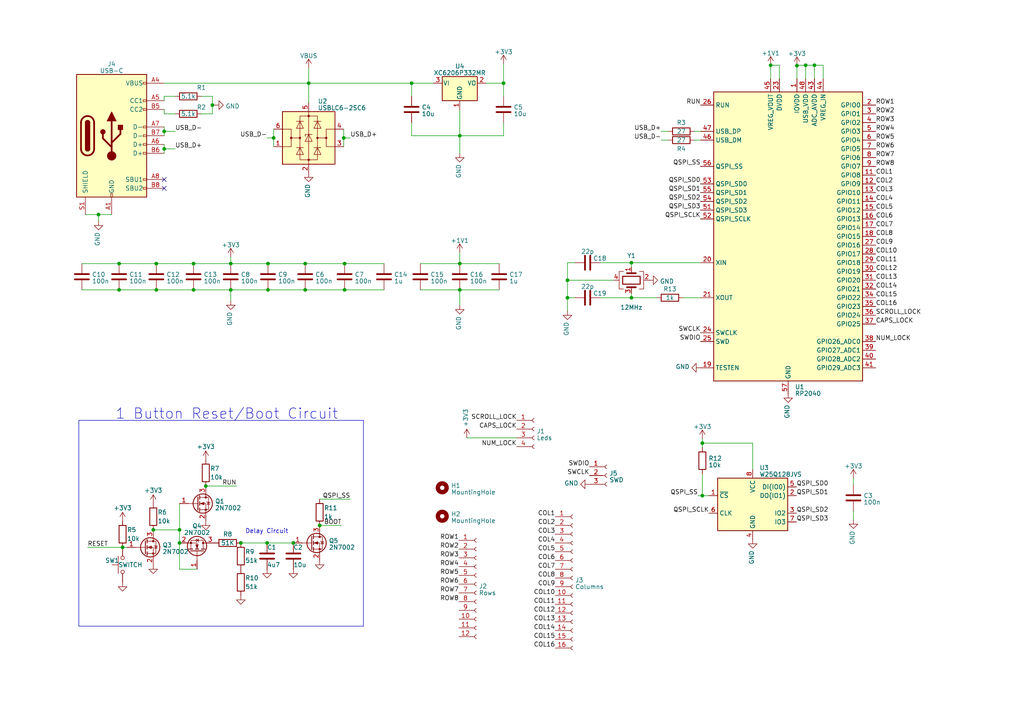
<source format=kicad_sch>
(kicad_sch (version 20230121) (generator eeschema)
  (paper "A4")
  (title_block (date "2023-02-24"))
  (lib_symbols
    (symbol "+3V3_1" (power) (pin_names (offset 0))
      (property "Value" "+3V3_1" (at 0 3.556 0))
      (symbol "+3V3_1_1_1"
        (pin power_in line (at 0 0 90) (length 0) hide (name "+3V3") (number "1"))
      )
    )
    (symbol "+3V3_2" (power) (pin_names (offset 0))
      (property "Value" "+3V3_2" (at 0 3.556 0))
      (symbol "+3V3_2_1_1"
        (pin power_in line (at 0 0 90) (length 0) hide (name "+3V3") (number "1"))
      )
    )
    (symbol "+3V3_3" (power) (pin_names (offset 0))
      (property "Value" "+3V3_3" (at 0 3.556 0))
      (symbol "+3V3_3_1_1"
        (pin power_in line (at 0 0 90) (length 0) hide (name "+3V3") (number "1"))
      )
    )
    (symbol "+3V3_4" (power) (pin_names (offset 0))
      (property "Value" "+3V3_4" (at 0 3.556 0))
      (symbol "+3V3_4_1_1"
        (pin power_in line (at 0 0 90) (length 0) hide (name "+3V3") (number "1"))
      )
    )
    (symbol "+3V3_5" (power) (pin_names (offset 0))
      (property "Value" "+3V3_5" (at 0 3.556 0))
      (symbol "+3V3_5_1_1"
        (pin power_in line (at 0 0 90) (length 0) hide (name "+3V3") (number "1"))
      )
    )
    (symbol "Connector:Conn_01x03_Female" (pin_names (offset 1.016) hide)
      (property "Reference" "J" (at 0 5.08 0))
      (property "Value" "Conn_01x03_Female" (at 0 -5.08 0))
      (symbol "Conn_01x03_Female_1_1"
        (pin passive line (at -5.08 2.54 0) (length 3.81) (name "Pin_1") (number "1"))
        (pin passive line (at -5.08 0 0) (length 3.81) (name "Pin_2") (number "2"))
        (pin passive line (at -5.08 -2.54 0) (length 3.81) (name "Pin_3") (number "3"))
      )
    )
    (symbol "Connector:Conn_01x04_Female" (pin_names (offset 1.016) hide)
      (property "Reference" "J" (at 0 5.08 0))
      (property "Value" "Conn_01x04_Female" (at 0 -7.62 0))
      (symbol "Conn_01x04_Female_1_1"
        (pin passive line (at -5.08 2.54 0) (length 3.81) (name "Pin_1") (number "1"))
        (pin passive line (at -5.08 0 0) (length 3.81) (name "Pin_2") (number "2"))
        (pin passive line (at -5.08 -2.54 0) (length 3.81) (name "Pin_3") (number "3"))
        (pin passive line (at -5.08 -5.08 0) (length 3.81) (name "Pin_4") (number "4"))
      )
    )
    (symbol "Connector:Conn_01x12_Socket" (pin_names (offset 1.016) hide)
      (property "Reference" "J" (at 0 15.24 0))
      (property "Value" "Conn_01x12_Socket" (at 0 -17.78 0))
      (symbol "Conn_01x12_Socket_1_1"
        (pin passive line (at -5.08 12.7 0) (length 3.81) (name "Pin_1") (number "1"))
        (pin passive line (at -5.08 -10.16 0) (length 3.81) (name "Pin_10") (number "10"))
        (pin passive line (at -5.08 -12.7 0) (length 3.81) (name "Pin_11") (number "11"))
        (pin passive line (at -5.08 -15.24 0) (length 3.81) (name "Pin_12") (number "12"))
        (pin passive line (at -5.08 10.16 0) (length 3.81) (name "Pin_2") (number "2"))
        (pin passive line (at -5.08 7.62 0) (length 3.81) (name "Pin_3") (number "3"))
        (pin passive line (at -5.08 5.08 0) (length 3.81) (name "Pin_4") (number "4"))
        (pin passive line (at -5.08 2.54 0) (length 3.81) (name "Pin_5") (number "5"))
        (pin passive line (at -5.08 0 0) (length 3.81) (name "Pin_6") (number "6"))
        (pin passive line (at -5.08 -2.54 0) (length 3.81) (name "Pin_7") (number "7"))
        (pin passive line (at -5.08 -5.08 0) (length 3.81) (name "Pin_8") (number "8"))
        (pin passive line (at -5.08 -7.62 0) (length 3.81) (name "Pin_9") (number "9"))
      )
    )
    (symbol "Connector:Conn_01x16_Female" (pin_names (offset 1.016) hide)
      (property "Reference" "J" (at 0 20.32 0))
      (property "Value" "Conn_01x16_Female" (at 0 -22.86 0))
      (symbol "Conn_01x16_Female_1_1"
        (pin passive line (at -5.08 17.78 0) (length 3.81) (name "Pin_1") (number "1"))
        (pin passive line (at -5.08 -5.08 0) (length 3.81) (name "Pin_10") (number "10"))
        (pin passive line (at -5.08 -7.62 0) (length 3.81) (name "Pin_11") (number "11"))
        (pin passive line (at -5.08 -10.16 0) (length 3.81) (name "Pin_12") (number "12"))
        (pin passive line (at -5.08 -12.7 0) (length 3.81) (name "Pin_13") (number "13"))
        (pin passive line (at -5.08 -15.24 0) (length 3.81) (name "Pin_14") (number "14"))
        (pin passive line (at -5.08 -17.78 0) (length 3.81) (name "Pin_15") (number "15"))
        (pin passive line (at -5.08 -20.32 0) (length 3.81) (name "Pin_16") (number "16"))
        (pin passive line (at -5.08 15.24 0) (length 3.81) (name "Pin_2") (number "2"))
        (pin passive line (at -5.08 12.7 0) (length 3.81) (name "Pin_3") (number "3"))
        (pin passive line (at -5.08 10.16 0) (length 3.81) (name "Pin_4") (number "4"))
        (pin passive line (at -5.08 7.62 0) (length 3.81) (name "Pin_5") (number "5"))
        (pin passive line (at -5.08 5.08 0) (length 3.81) (name "Pin_6") (number "6"))
        (pin passive line (at -5.08 2.54 0) (length 3.81) (name "Pin_7") (number "7"))
        (pin passive line (at -5.08 0 0) (length 3.81) (name "Pin_8") (number "8"))
        (pin passive line (at -5.08 -2.54 0) (length 3.81) (name "Pin_9") (number "9"))
      )
    )
    (symbol "Connector:USB_C_Receptacle_USB2.0" (pin_names (offset 1.016))
      (property "Reference" "J" (at -10.16 19.05 0))
      (property "Value" "USB_C_Receptacle_USB2.0" (at 19.05 19.05 0))
      (symbol "USB_C_Receptacle_USB2.0_1_1"
        (pin passive line (at 0 -22.86 90) (length 5.08) (name "GND") (number "A1"))
        (pin passive line (at 0 -22.86 90) (length 5.08) hide (name "GND") (number "A12"))
        (pin passive line (at 15.24 15.24 180) (length 5.08) (name "VBUS") (number "A4"))
        (pin bidirectional line (at 15.24 10.16 180) (length 5.08) (name "CC1") (number "A5"))
        (pin bidirectional line (at 15.24 -2.54 180) (length 5.08) (name "D+") (number "A6"))
        (pin bidirectional line (at 15.24 2.54 180) (length 5.08) (name "D-") (number "A7"))
        (pin bidirectional line (at 15.24 -12.7 180) (length 5.08) (name "SBU1") (number "A8"))
        (pin passive line (at 15.24 15.24 180) (length 5.08) hide (name "VBUS") (number "A9"))
        (pin passive line (at 0 -22.86 90) (length 5.08) hide (name "GND") (number "B1"))
        (pin passive line (at 0 -22.86 90) (length 5.08) hide (name "GND") (number "B12"))
        (pin passive line (at 15.24 15.24 180) (length 5.08) hide (name "VBUS") (number "B4"))
        (pin bidirectional line (at 15.24 7.62 180) (length 5.08) (name "CC2") (number "B5"))
        (pin bidirectional line (at 15.24 -5.08 180) (length 5.08) (name "D+") (number "B6"))
        (pin bidirectional line (at 15.24 0 180) (length 5.08) (name "D-") (number "B7"))
        (pin bidirectional line (at 15.24 -15.24 180) (length 5.08) (name "SBU2") (number "B8"))
        (pin passive line (at 15.24 15.24 180) (length 5.08) hide (name "VBUS") (number "B9"))
        (pin passive line (at -7.62 -22.86 90) (length 5.08) (name "SHIELD") (number "S1"))
      )
    )
    (symbol "Device:C" (pin_numbers hide) (pin_names (offset 0.254))
      (property "Reference" "C" (at 0.635 2.54 0))
      (property "Value" "C" (at 0.635 -2.54 0))
      (symbol "C_1_1"
        (pin passive line (at 0 3.81 270) (length 2.794) (name "~") (number "1"))
        (pin passive line (at 0 -3.81 90) (length 2.794) (name "~") (number "2"))
      )
    )
    (symbol "Device:Crystal_GND24" (pin_names (offset 1.016) hide)
      (property "Reference" "Y" (at 3.175 5.08 0))
      (property "Value" "Crystal_GND24" (at 3.175 3.175 0))
      (symbol "Crystal_GND24_1_1"
        (pin passive line (at -3.81 0 0) (length 1.27) (name "1") (number "1"))
        (pin passive line (at 0 5.08 270) (length 1.27) (name "2") (number "2"))
        (pin passive line (at 3.81 0 180) (length 1.27) (name "3") (number "3"))
        (pin passive line (at 0 -5.08 90) (length 1.27) (name "4") (number "4"))
      )
    )
    (symbol "Device:R" (pin_numbers hide) (pin_names (offset 0))
      (property "Reference" "R" (at 2.032 0 90))
      (property "Value" "R" (at 0 0 90))
      (symbol "R_1_1"
        (pin passive line (at 0 3.81 270) (length 1.27) (name "~") (number "1"))
        (pin passive line (at 0 -3.81 90) (length 1.27) (name "~") (number "2"))
      )
    )
    (symbol "MCU_RaspberryPi:RP2040"
      (property "Reference" "U" (at 17.78 45.72 0))
      (property "Value" "RP2040" (at 17.78 43.18 0))
      (symbol "RP2040_1_1"
        (pin power_in line (at 2.54 45.72 270) (length 3.81) (name "IOVDD") (number "1"))
        (pin passive line (at 2.54 45.72 270) (length 3.81) hide (name "IOVDD") (number "10"))
        (pin bidirectional line (at 25.4 17.78 180) (length 3.81) (name "GPIO8") (number "11"))
        (pin bidirectional line (at 25.4 15.24 180) (length 3.81) (name "GPIO9") (number "12"))
        (pin bidirectional line (at 25.4 12.7 180) (length 3.81) (name "GPIO10") (number "13"))
        (pin bidirectional line (at 25.4 10.16 180) (length 3.81) (name "GPIO11") (number "14"))
        (pin bidirectional line (at 25.4 7.62 180) (length 3.81) (name "GPIO12") (number "15"))
        (pin bidirectional line (at 25.4 5.08 180) (length 3.81) (name "GPIO13") (number "16"))
        (pin bidirectional line (at 25.4 2.54 180) (length 3.81) (name "GPIO14") (number "17"))
        (pin bidirectional line (at 25.4 0 180) (length 3.81) (name "GPIO15") (number "18"))
        (pin input line (at -25.4 -38.1 0) (length 3.81) (name "TESTEN") (number "19"))
        (pin bidirectional line (at 25.4 38.1 180) (length 3.81) (name "GPIO0") (number "2"))
        (pin input line (at -25.4 -7.62 0) (length 3.81) (name "XIN") (number "20"))
        (pin passive line (at -25.4 -17.78 0) (length 3.81) (name "XOUT") (number "21"))
        (pin passive line (at 2.54 45.72 270) (length 3.81) hide (name "IOVDD") (number "22"))
        (pin power_in line (at -2.54 45.72 270) (length 3.81) (name "DVDD") (number "23"))
        (pin output line (at -25.4 -27.94 0) (length 3.81) (name "SWCLK") (number "24"))
        (pin bidirectional line (at -25.4 -30.48 0) (length 3.81) (name "SWD") (number "25"))
        (pin input line (at -25.4 38.1 0) (length 3.81) (name "RUN") (number "26"))
        (pin bidirectional line (at 25.4 -2.54 180) (length 3.81) (name "GPIO16") (number "27"))
        (pin bidirectional line (at 25.4 -5.08 180) (length 3.81) (name "GPIO17") (number "28"))
        (pin bidirectional line (at 25.4 -7.62 180) (length 3.81) (name "GPIO18") (number "29"))
        (pin bidirectional line (at 25.4 35.56 180) (length 3.81) (name "GPIO1") (number "3"))
        (pin bidirectional line (at 25.4 -10.16 180) (length 3.81) (name "GPIO19") (number "30"))
        (pin bidirectional line (at 25.4 -12.7 180) (length 3.81) (name "GPIO20") (number "31"))
        (pin bidirectional line (at 25.4 -15.24 180) (length 3.81) (name "GPIO21") (number "32"))
        (pin passive line (at 2.54 45.72 270) (length 3.81) hide (name "IOVDD") (number "33"))
        (pin bidirectional line (at 25.4 -17.78 180) (length 3.81) (name "GPIO22") (number "34"))
        (pin bidirectional line (at 25.4 -20.32 180) (length 3.81) (name "GPIO23") (number "35"))
        (pin bidirectional line (at 25.4 -22.86 180) (length 3.81) (name "GPIO24") (number "36"))
        (pin bidirectional line (at 25.4 -25.4 180) (length 3.81) (name "GPIO25") (number "37"))
        (pin bidirectional line (at 25.4 -30.48 180) (length 3.81) (name "GPIO26_ADC0") (number "38"))
        (pin bidirectional line (at 25.4 -33.02 180) (length 3.81) (name "GPIO27_ADC1") (number "39"))
        (pin bidirectional line (at 25.4 33.02 180) (length 3.81) (name "GPIO2") (number "4"))
        (pin bidirectional line (at 25.4 -35.56 180) (length 3.81) (name "GPIO28_ADC2") (number "40"))
        (pin bidirectional line (at 25.4 -38.1 180) (length 3.81) (name "GPIO29_ADC3") (number "41"))
        (pin passive line (at 2.54 45.72 270) (length 3.81) hide (name "IOVDD") (number "42"))
        (pin power_in line (at 7.62 45.72 270) (length 3.81) (name "ADC_AVDD") (number "43"))
        (pin power_in line (at 10.16 45.72 270) (length 3.81) (name "VREG_IN") (number "44"))
        (pin power_out line (at -5.08 45.72 270) (length 3.81) (name "VREG_VOUT") (number "45"))
        (pin bidirectional line (at -25.4 27.94 0) (length 3.81) (name "USB_DM") (number "46"))
        (pin bidirectional line (at -25.4 30.48 0) (length 3.81) (name "USB_DP") (number "47"))
        (pin power_in line (at 5.08 45.72 270) (length 3.81) (name "USB_VDD") (number "48"))
        (pin passive line (at 2.54 45.72 270) (length 3.81) hide (name "IOVDD") (number "49"))
        (pin bidirectional line (at 25.4 30.48 180) (length 3.81) (name "GPIO3") (number "5"))
        (pin passive line (at -2.54 45.72 270) (length 3.81) hide (name "DVDD") (number "50"))
        (pin bidirectional line (at -25.4 7.62 0) (length 3.81) (name "QSPI_SD3") (number "51"))
        (pin output line (at -25.4 5.08 0) (length 3.81) (name "QSPI_SCLK") (number "52"))
        (pin bidirectional line (at -25.4 15.24 0) (length 3.81) (name "QSPI_SD0") (number "53"))
        (pin bidirectional line (at -25.4 10.16 0) (length 3.81) (name "QSPI_SD2") (number "54"))
        (pin bidirectional line (at -25.4 12.7 0) (length 3.81) (name "QSPI_SD1") (number "55"))
        (pin bidirectional line (at -25.4 20.32 0) (length 3.81) (name "QSPI_SS") (number "56"))
        (pin power_in line (at 0 -45.72 90) (length 3.81) (name "GND") (number "57"))
        (pin bidirectional line (at 25.4 27.94 180) (length 3.81) (name "GPIO4") (number "6"))
        (pin bidirectional line (at 25.4 25.4 180) (length 3.81) (name "GPIO5") (number "7"))
        (pin bidirectional line (at 25.4 22.86 180) (length 3.81) (name "GPIO6") (number "8"))
        (pin bidirectional line (at 25.4 20.32 180) (length 3.81) (name "GPIO7") (number "9"))
      )
    )
    (symbol "Mechanical:MountingHole" (pin_names (offset 1.016))
      (property "Reference" "H" (at 0 5.08 0))
      (property "Value" "MountingHole" (at 0 3.175 0))
    )
    (symbol "Memory_Flash:W25Q128JVS"
      (property "Reference" "U" (at -8.89 8.89 0))
      (property "Value" "W25Q128JVS" (at 7.62 8.89 0))
      (symbol "W25Q128JVS_1_1"
        (pin input line (at -12.7 2.54 0) (length 2.54) (name "~{CS}") (number "1"))
        (pin bidirectional line (at 12.7 2.54 180) (length 2.54) (name "DO(IO1)") (number "2"))
        (pin bidirectional line (at 12.7 -2.54 180) (length 2.54) (name "IO2") (number "3"))
        (pin power_in line (at 0 -10.16 90) (length 2.54) (name "GND") (number "4"))
        (pin bidirectional line (at 12.7 5.08 180) (length 2.54) (name "DI(IO0)") (number "5"))
        (pin input line (at -12.7 -2.54 0) (length 2.54) (name "CLK") (number "6"))
        (pin bidirectional line (at 12.7 -5.08 180) (length 2.54) (name "IO3") (number "7"))
        (pin power_in line (at 0 10.16 270) (length 2.54) (name "VCC") (number "8"))
      )
    )
    (symbol "Power_Protection:USBLC6-2SC6" (pin_names hide)
      (property "Reference" "U" (at 2.54 8.89 0))
      (property "Value" "USBLC6-2SC6" (at 2.54 -8.89 0))
      (symbol "USBLC6-2SC6_1_1"
        (pin passive line (at -10.16 -2.54 0) (length 2.54) (name "I/O1") (number "1"))
        (pin passive line (at 0 -10.16 90) (length 2.54) (name "GND") (number "2"))
        (pin passive line (at 10.16 -2.54 180) (length 2.54) (name "I/O2") (number "3"))
        (pin passive line (at 10.16 2.54 180) (length 2.54) (name "I/O2") (number "4"))
        (pin passive line (at 0 10.16 270) (length 2.54) (name "VBUS") (number "5"))
        (pin passive line (at -10.16 2.54 0) (length 2.54) (name "I/O1") (number "6"))
      )
    )
    (symbol "Regulator_Linear:XC6206PxxxMR" (pin_names (offset 0.254))
      (property "Reference" "U" (at -3.81 3.175 0))
      (property "Value" "XC6206PxxxMR" (at 0 3.175 0))
      (symbol "XC6206PxxxMR_1_1"
        (pin power_in line (at 0 -7.62 90) (length 2.54) (name "GND") (number "1"))
        (pin power_out line (at 7.62 0 180) (length 2.54) (name "VO") (number "2"))
        (pin power_in line (at -7.62 0 0) (length 2.54) (name "VI") (number "3"))
      )
    )
    (symbol "Switch:SW_Push" (pin_numbers hide) (pin_names (offset 1.016) hide)
      (property "Reference" "SW" (at 1.27 2.54 0))
      (property "Value" "SW_Push" (at 0 -1.524 0))
      (symbol "SW_Push_0_1"
        (pin passive line (at -5.08 0 0) (length 2.54) (name "1") (number "1"))
        (pin passive line (at 5.08 0 180) (length 2.54) (name "2") (number "2"))
      )
    )
    (symbol "Transistor_FET:2N7002" (pin_names hide)
      (property "Reference" "Q" (at 5.08 1.905 0))
      (property "Value" "2N7002" (at 5.08 0 0))
      (symbol "2N7002_1_1"
        (pin input line (at -5.08 0 0) (length 2.54) (name "G") (number "1"))
        (pin passive line (at 2.54 -5.08 90) (length 2.54) (name "S") (number "2"))
        (pin passive line (at 2.54 5.08 270) (length 2.54) (name "D") (number "3"))
      )
    )
    (symbol "power:+1V1" (power) (pin_names (offset 0))
      (property "Value" "+1V1" (at 0 3.556 0))
      (symbol "+1V1_1_1"
        (pin power_in line (at 0 0 90) (length 0) hide (name "+1V1") (number "1"))
      )
    )
    (symbol "power:+3V3" (power) (pin_names (offset 0))
      (property "Value" "+3V3" (at 0 3.556 0))
      (symbol "+3V3_1_1"
        (pin power_in line (at 0 0 90) (length 0) hide (name "+3V3") (number "1"))
      )
    )
    (symbol "power:GND" (power) (pin_names (offset 0))
      (property "Value" "GND" (at 0 -3.81 0))
      (symbol "GND_1_1"
        (pin power_in line (at 0 0 270) (length 0) hide (name "GND") (number "1"))
      )
    )
    (symbol "power:VBUS" (power) (pin_names (offset 0))
      (property "Value" "VBUS" (at 0 3.81 0))
      (symbol "VBUS_1_1"
        (pin power_in line (at 0 0 90) (length 0) hide (name "VBUS") (number "1"))
      )
    )
  )
  (junction (at 231.14 19.05))
  (junction (at 99.949 76.454))
  (junction (at 47.625 43.18))
  (junction (at 89.535 24.13))
  (junction (at 203.708 143.764))
  (junction (at 99.949 84.074))
  (junction (at 164.592 81.28))
  (junction (at 183.134 86.36))
  (junction (at 56.134 76.454))
  (junction (at 233.68 18.923))
  (junction (at 88.519 76.454))
  (junction (at 28.575 62.23))
  (junction (at 61.595 30.48))
  (junction (at 52.07 157.48))
  (junction (at 77.724 76.454))
  (junction (at 45.339 76.454))
  (junction (at 99.695 40.005))
  (junction (at 203.708 128.524))
  (junction (at 133.35 84.074))
  (junction (at 133.35 76.454))
  (junction (at 77.724 84.074))
  (junction (at 34.544 76.454))
  (junction (at 35.56 158.75))
  (junction (at 79.375 40.005))
  (junction (at 133.35 39.37))
  (junction (at 88.519 84.074))
  (junction (at 85.09 157.48))
  (junction (at 92.71 152.4))
  (junction (at 45.339 84.074))
  (junction (at 223.52 18.923))
  (junction (at 66.929 76.454))
  (junction (at 66.929 84.074))
  (junction (at 164.592 86.36))
  (junction (at 183.134 76.2))
  (junction (at 59.69 140.97))
  (junction (at 34.544 84.074))
  (junction (at 69.85 157.48))
  (junction (at 56.134 84.074))
  (junction (at 44.45 153.67))
  (junction (at 236.22 18.923))
  (junction (at 146.05 24.13))
  (junction (at 119.38 24.13))
  (junction (at 77.47 157.48))
  (junction (at 47.625 38.1))
  (junction (at 52.07 153.67))
  (no_connect (at 47.625 52.07))
  (no_connect (at 47.625 54.61))
  (wire (pts (xy 183.134 76.2) (xy 203.2 76.2)))
  (wire (pts (xy 34.544 84.074) (xy 45.339 84.074)))
  (wire (pts (xy 77.47 157.48) (xy 85.09 157.48)))
  (wire (pts (xy 101.6 144.78) (xy 92.71 144.78)))
  (wire (pts (xy 226.06 18.923) (xy 223.52 18.923)))
  (wire (pts (xy 133.35 39.37) (xy 146.05 39.37)))
  (wire (pts (xy 201.422 38.1) (xy 203.2 38.1)))
  (wire (pts (xy 119.38 35.56) (xy 119.38 39.37)))
  (wire (pts (xy 228.6 114.3) (xy 228.6 114.173)))
  (wire (pts (xy 203.2 63.5) (xy 203.2 63.373)))
  (wire (pts (xy 66.929 76.454) (xy 77.724 76.454)))
  (wire (pts (xy 164.592 86.36) (xy 164.592 90.17)))
  (wire (pts (xy 203.2 48.26) (xy 203.2 48.133)))
  (wire (pts (xy 25.4 158.75) (xy 35.56 158.75)))
  (wire (pts (xy 47.625 41.91) (xy 47.625 43.18)))
  (wire (pts (xy 99.949 84.074) (xy 111.379 84.074)))
  (wire (pts (xy 47.625 43.18) (xy 50.8 43.18)))
  (wire (pts (xy 61.595 30.48) (xy 61.595 33.02)))
  (wire (pts (xy 52.07 146.05) (xy 52.07 153.67)))
  (wire (pts (xy 231.14 22.86) (xy 231.14 19.05)))
  (wire (pts (xy 58.42 27.94) (xy 61.595 27.94)))
  (polyline (pts (xy 22.86 121.92) (xy 105.41 121.92)))
  (wire (pts (xy 36.83 158.75) (xy 35.56 158.75)))
  (wire (pts (xy 247.523 148.209) (xy 247.523 150.749)))
  (wire (pts (xy 61.595 27.94) (xy 61.595 30.48)))
  (wire (pts (xy 88.519 76.454) (xy 99.949 76.454)))
  (wire (pts (xy 218.313 136.144) (xy 218.313 128.524)))
  (wire (pts (xy 236.22 22.86) (xy 236.22 18.923)))
  (wire (pts (xy 247.523 138.684) (xy 247.523 140.589)))
  (wire (pts (xy 52.07 153.67) (xy 52.07 157.48)))
  (wire (pts (xy 218.313 128.524) (xy 203.708 128.524)))
  (wire (pts (xy 61.595 30.48) (xy 62.23 30.48)))
  (wire (pts (xy 77.724 84.074) (xy 88.519 84.074)))
  (wire (pts (xy 50.8 27.94) (xy 47.625 27.94)))
  (wire (pts (xy 99.695 37.465) (xy 99.695 40.005)))
  (wire (pts (xy 119.38 24.13) (xy 119.38 27.94)))
  (wire (pts (xy 203.708 137.414) (xy 203.708 143.764)))
  (wire (pts (xy 190.5 86.36) (xy 183.134 86.36)))
  (wire (pts (xy 23.749 84.074) (xy 34.544 84.074)))
  (wire (pts (xy 133.35 84.074) (xy 133.35 88.519)))
  (wire (pts (xy 45.339 84.074) (xy 56.134 84.074)))
  (wire (pts (xy 231.14 19.05) (xy 231.14 18.923)))
  (wire (pts (xy 52.07 157.48) (xy 52.07 165.1)))
  (wire (pts (xy 56.134 76.454) (xy 66.929 76.454)))
  (wire (pts (xy 69.85 157.48) (xy 77.47 157.48)))
  (wire (pts (xy 59.69 140.97) (xy 68.58 140.97)))
  (wire (pts (xy 133.35 39.37) (xy 133.35 44.45)))
  (wire (pts (xy 133.35 73.279) (xy 133.35 76.454)))
  (wire (pts (xy 164.592 81.28) (xy 164.592 86.36)))
  (wire (pts (xy 99.695 40.005) (xy 101.6 40.005)))
  (wire (pts (xy 191.77 40.64) (xy 193.802 40.64)))
  (wire (pts (xy 66.929 74.549) (xy 66.929 76.454)))
  (wire (pts (xy 202.438 143.764) (xy 203.708 143.764)))
  (wire (pts (xy 77.724 76.454) (xy 88.519 76.454)))
  (wire (pts (xy 183.134 77.47) (xy 183.134 76.2)))
  (wire (pts (xy 58.42 33.02) (xy 61.595 33.02)))
  (polyline (pts (xy 22.86 121.92) (xy 22.86 181.61)))
  (wire (pts (xy 201.422 40.64) (xy 203.2 40.64)))
  (wire (pts (xy 34.544 76.454) (xy 45.339 76.454)))
  (wire (pts (xy 47.625 33.02) (xy 50.8 33.02)))
  (wire (pts (xy 47.625 27.94) (xy 47.625 29.21)))
  (polyline (pts (xy 105.41 121.92) (xy 105.41 181.61)))
  (wire (pts (xy 146.05 24.13) (xy 140.97 24.13)))
  (wire (pts (xy 164.592 76.2) (xy 166.624 76.2)))
  (wire (pts (xy 23.749 76.454) (xy 34.544 76.454)))
  (wire (pts (xy 133.35 76.454) (xy 144.78 76.454)))
  (wire (pts (xy 146.05 18.542) (xy 146.05 24.13)))
  (wire (pts (xy 223.52 18.923) (xy 223.52 22.86)))
  (wire (pts (xy 89.535 24.13) (xy 89.535 29.845)))
  (wire (pts (xy 24.765 62.23) (xy 28.575 62.23)))
  (wire (pts (xy 203.708 143.764) (xy 205.613 143.764)))
  (wire (pts (xy 66.929 84.074) (xy 77.724 84.074)))
  (wire (pts (xy 121.92 84.074) (xy 133.35 84.074)))
  (wire (pts (xy 191.77 38.1) (xy 193.802 38.1)))
  (wire (pts (xy 203.2 96.52) (xy 203.2 96.393)))
  (wire (pts (xy 99.695 40.005) (xy 99.695 42.545)))
  (wire (pts (xy 231.14 18.923) (xy 233.68 18.923)))
  (wire (pts (xy 238.76 18.923) (xy 238.76 22.86)))
  (wire (pts (xy 47.625 24.13) (xy 89.535 24.13)))
  (wire (pts (xy 119.38 24.13) (xy 125.73 24.13)))
  (wire (pts (xy 119.38 39.37) (xy 133.35 39.37)))
  (wire (pts (xy 28.575 62.23) (xy 32.385 62.23)))
  (wire (pts (xy 203.2 55.88) (xy 203.2 55.753)))
  (wire (pts (xy 133.35 31.75) (xy 133.35 39.37)))
  (wire (pts (xy 203.2 58.42) (xy 203.2 58.293)))
  (wire (pts (xy 66.929 84.074) (xy 66.929 87.249)))
  (wire (pts (xy 47.625 38.1) (xy 47.625 39.37)))
  (wire (pts (xy 56.134 84.074) (xy 66.929 84.074)))
  (wire (pts (xy 233.68 18.923) (xy 233.68 22.86)))
  (wire (pts (xy 164.592 86.36) (xy 166.624 86.36)))
  (wire (pts (xy 99.949 76.454) (xy 111.379 76.454)))
  (wire (pts (xy 203.708 128.524) (xy 203.708 129.794)))
  (polyline (pts (xy 105.41 181.61) (xy 22.86 181.61)))
  (wire (pts (xy 44.45 153.67) (xy 52.07 153.67)))
  (wire (pts (xy 203.2 99.06) (xy 203.2 98.933)))
  (wire (pts (xy 135.382 127) (xy 149.86 127)))
  (wire (pts (xy 164.592 76.2) (xy 164.592 81.28)))
  (wire (pts (xy 203.2 53.34) (xy 203.2 53.213)))
  (wire (pts (xy 146.05 24.13) (xy 146.05 27.94)))
  (wire (pts (xy 79.375 40.005) (xy 79.375 42.545)))
  (wire (pts (xy 45.339 76.454) (xy 56.134 76.454)))
  (wire (pts (xy 203.708 127.254) (xy 203.708 128.524)))
  (wire (pts (xy 28.575 62.23) (xy 28.575 64.135)))
  (wire (pts (xy 203.2 86.36) (xy 198.12 86.36)))
  (wire (pts (xy 236.22 18.923) (xy 238.76 18.923)))
  (wire (pts (xy 47.625 43.18) (xy 47.625 44.45)))
  (wire (pts (xy 121.92 76.454) (xy 133.35 76.454)))
  (wire (pts (xy 174.244 86.36) (xy 183.134 86.36)))
  (wire (pts (xy 146.05 35.56) (xy 146.05 39.37)))
  (wire (pts (xy 79.375 37.465) (xy 79.375 40.005)))
  (wire (pts (xy 89.535 19.685) (xy 89.535 24.13)))
  (wire (pts (xy 178.054 81.28) (xy 164.592 81.28)))
  (wire (pts (xy 57.15 165.1) (xy 52.07 165.1)))
  (wire (pts (xy 77.47 40.005) (xy 79.375 40.005)))
  (wire (pts (xy 47.625 31.75) (xy 47.625 33.02)))
  (wire (pts (xy 174.244 76.2) (xy 183.134 76.2)))
  (wire (pts (xy 50.8 38.1) (xy 47.625 38.1)))
  (wire (pts (xy 47.625 38.1) (xy 47.625 36.83)))
  (wire (pts (xy 89.535 24.13) (xy 119.38 24.13)))
  (wire (pts (xy 133.35 84.074) (xy 144.78 84.074)))
  (wire (pts (xy 203.2 60.96) (xy 203.2 60.833)))
  (wire (pts (xy 99.06 152.4) (xy 92.71 152.4)))
  (wire (pts (xy 88.519 84.074) (xy 99.949 84.074)))
  (wire (pts (xy 226.06 22.86) (xy 226.06 18.923)))
  (wire (pts (xy 233.68 18.923) (xy 236.22 18.923)))
  (wire (pts (xy 183.134 85.09) (xy 183.134 86.36)))
  (text "1 Button Reset/Boot Circuit" (at 33.401 121.92 0) (effects (font (size 3 3)) (justify left bottom)))
  (text "Delay Circuit" (at 71.12 154.94 0) (effects (font (size 1.27 1.27)) (justify left bottom)))
  (label "RUN" (at 203.2 30.48 180))
  (label "QSPI_SD2" (at 203.2 58.293 180))
  (label "NUM_LOCK" (at 254 99.06 0))
  (label "USB_D-" (at 50.8 38.1 0) (property "Intersheetrefs" "${INTERSHEET_REFS}" (effects hide)))
  (label "ROW4" (at 254 38.1 0))
  (label "COL8" (at 161.036 167.64 180))
  (label "COL12" (at 254 78.74 0))
  (label "NUM_LOCK" (at 149.86 129.54 180))
  (label "QSPI_SD1" (at 231.013 143.764 0))
  (label "COL4" (at 161.036 157.48 180))
  (label "ROW7" (at 254 45.72 0))
  (label "CAPS_LOCK" (at 254 93.98 0))
  (label "RUN" (at 68.58 140.97 180))
  (label "COL9" (at 161.036 170.18 180))
  (label "QSPI_SS" (at 203.2 48.133 180))
  (label "COL16" (at 161.036 187.96 180))
  (label "COL2" (at 161.036 152.4 180))
  (label "QSPI_SD1" (at 203.2 55.753 180))
  (label "COL16" (at 254 88.9 0))
  (label "CAPS_LOCK" (at 149.86 124.46 180))
  (label "BOOT" (at 99.06 152.4 180))
  (label "COL7" (at 254 66.04 0))
  (label "COL14" (at 161.036 182.88 180))
  (label "COL4" (at 254 58.42 0))
  (label "ROW1" (at 133.096 156.718 180))
  (label "ROW8" (at 254 48.26 0))
  (label "SWDIO" (at 170.942 135.382 180) (property "Intersheetrefs" "${INTERSHEET_REFS}" (effects hide)))
  (label "QSPI_SD0" (at 231.013 141.224 0))
  (label "ROW5" (at 254 40.64 0))
  (label "QSPI_SCLK" (at 203.2 63.373 180))
  (label "USB_D+" (at 191.77 38.1 180) (property "Intersheetrefs" "${INTERSHEET_REFS}" (effects hide)))
  (label "ROW6" (at 254 43.18 0))
  (label "SWCLK" (at 203.2 96.393 180) (property "Intersheetrefs" "${INTERSHEET_REFS}" (effects hide)))
  (label "ROW5" (at 133.096 166.878 180))
  (label "QSPI_SD0" (at 203.2 53.213 180))
  (label "ROW3" (at 133.096 161.798 180))
  (label "COL15" (at 254 86.36 0))
  (label "SCROLL_LOCK" (at 254 91.44 0))
  (label "COL5" (at 161.036 160.02 180))
  (label "QSPI_SD2" (at 231.013 148.844 0))
  (label "QSPI_SS" (at 101.6 144.78 180))
  (label "ROW7" (at 133.096 171.958 180))
  (label "COL13" (at 254 81.28 0))
  (label "COL14" (at 254 83.82 0))
  (label "USB_D+" (at 101.6 40.005 0) (property "Intersheetrefs" "${INTERSHEET_REFS}" (effects hide)))
  (label "COL6" (at 161.036 162.56 180))
  (label "ROW2" (at 254 33.02 0))
  (label "COL5" (at 254 60.96 0))
  (label "COL6" (at 254 63.5 0))
  (label "ROW3" (at 254 35.56 0))
  (label "COL12" (at 161.036 177.8 180))
  (label "USB_D-" (at 77.47 40.005 180) (property "Intersheetrefs" "${INTERSHEET_REFS}" (effects hide)))
  (label "COL2" (at 254 53.34 0))
  (label "COL10" (at 161.036 172.72 180))
  (label "SWDIO" (at 203.2 98.933 180) (property "Intersheetrefs" "${INTERSHEET_REFS}" (effects hide)))
  (label "ROW4" (at 133.096 164.338 180))
  (label "QSPI_SD3" (at 203.2 60.833 180))
  (label "COL8" (at 254 68.58 0))
  (label "QSPI_SS" (at 202.438 143.764 180))
  (label "ROW1" (at 254 30.48 0))
  (label "COL11" (at 161.036 175.26 180))
  (label "COL10" (at 254 73.66 0))
  (label "USB_D+" (at 50.8 43.18 0) (property "Intersheetrefs" "${INTERSHEET_REFS}" (effects hide)))
  (label "COL13" (at 161.036 180.34 180))
  (label "COL1" (at 161.036 149.86 180))
  (label "COL11" (at 254 76.2 0))
  (label "QSPI_SD3" (at 231.013 151.384 0))
  (label "RESET" (at 25.4 158.75 0))
  (label "COL3" (at 161.036 154.94 180))
  (label "COL9" (at 254 71.12 0))
  (label "ROW6" (at 133.096 169.418 180))
  (label "COL1" (at 254 50.8 0))
  (label "COL15" (at 161.036 185.42 180))
  (label "ROW8" (at 133.096 174.498 180))
  (label "COL3" (at 254 55.88 0))
  (label "COL7" (at 161.036 165.1 180))
  (label "QSPI_SCLK" (at 205.613 148.844 180))
  (label "SCROLL_LOCK" (at 149.86 121.92 180))
  (label "SWCLK" (at 170.942 137.922 180) (property "Intersheetrefs" "${INTERSHEET_REFS}" (effects hide)))
  (label "ROW2" (at 133.096 159.258 180))
  (label "USB_D-" (at 191.77 40.64 180) (property "Intersheetrefs" "${INTERSHEET_REFS}" (effects hide)))
  (symbol (lib_id "Device:C") (at 88.519 80.264 0) (unit 1)
    (property "Reference" "C6" (at 91.44 79.6203 0) (effects (justify left)))
    (property "Value" "100n" (at 91.44 81.5413 0) (effects (justify left)))
    (property "Footprint" "Capacitor_SMD:C_0603_1608Metric" (effects hide))
  )
  (symbol (lib_id "Connector:Conn_01x04_Female") (at 154.94 124.46 0) (unit 1)
    (property "Reference" "J1" (at 155.6512 125.0863 0) (effects (justify left)))
    (property "Value" "Leds" (at 155.6512 127.0073 0) (effects (justify left)))
    (property "Footprint" "Connector_PinSocket_2.54mm:PinSocket_1x04_P2.54mm_Vertical" (effects hide))
  )
  (symbol (lib_id "Device:R") (at 203.708 133.604 0) (unit 1)
    (property "Reference" "R12" (at 205.486 132.9603 0) (effects (justify left)))
    (property "Value" "10k" (at 205.486 134.8813 0) (effects (justify left)))
    (property "Footprint" "Resistor_SMD:R_0603_1608Metric" (effects hide))
  )
  (symbol (lib_id "Device:R") (at 54.61 27.94 270) (unit 1)
    (property "Reference" "R1" (at 58.42 25.4 90))
    (property "Value" "5.1k" (at 54.61 27.94 90))
    (property "Footprint" "Resistor_SMD:R_0603_1608Metric" (effects hide))
  )
  (symbol (lib_id "power:GND") (at 203.2 106.68 270) (unit 1)
    (property "Reference" "#PWR032" (effects hide))
    (property "Value" "GND" (at 200.025 106.3632 90) (effects (justify right)))
  )
  (symbol (lib_id "Device:R") (at 69.85 168.91 0) (unit 1)
    (property "Reference" "R10" (at 71.12 167.64 0) (effects (justify left)))
    (property "Value" "51k" (at 71.12 170.18 0) (effects (justify left)))
    (property "Footprint" "Resistor_SMD:R_0603_1608Metric" (effects hide))
    (property "JLC Basic" "Y" (effects hide))
    (property "LCSC" "C25794" (effects hide))
    (property "MPN " "0402WGF5102TCE" (effects hide))
    (property "Manufacturer" "UNI-ROYAL(Uniroyal Elec)" (effects hide))
    (property "Substitute" "Y" (effects hide))
  )
  (symbol (lib_id "power:+3V3") (at 35.56 151.13 0) (unit 1)
    (property "Reference" "#PWR08" (effects hide))
    (property "Value" "+3V3" (at 35.56 147.32 0))
  )
  (symbol (lib_id "power:GND") (at 77.47 165.1 0) (unit 1)
    (property "Reference" "#PWR015" (effects hide))
    (property "Value" "GND" (effects hide))
  )
  (symbol (lib_id "Connector:USB_C_Receptacle_USB2.0") (at 32.385 39.37 0) (unit 1)
    (property "Reference" "J4" (at 32.385 18.5801 0))
    (property "Value" "USB-C" (at 32.385 20.5011 0))
    (property "Footprint" "Prettylib:HRO-TYPE-C-31-M-12-HandSoldering-NoSBU" (effects hide))
    (property "Datasheet" "https://www.usb.org/sites/default/files/documents/usb_type-c.zip" (effects hide))
  )
  (symbol (lib_id "Mechanical:MountingHole") (at 128.27 149.733 0) (unit 1)
    (property "Reference" "H2" (at 130.81 149.0893 0) (effects (justify left)))
    (property "Value" "MountingHole" (at 130.81 151.0103 0) (effects (justify left)))
    (property "Footprint" "MountingHole:MountingHole_3.5mm" (effects hide))
  )
  (symbol (lib_id "power:GND") (at 44.45 163.83 0) (unit 1)
    (property "Reference" "#PWR011" (effects hide))
    (property "Value" "GND" (effects hide))
  )
  (symbol (lib_id "Connector:Conn_01x16_Female") (at 166.116 167.64 0) (unit 1)
    (property "Reference" "J3" (at 166.8272 168.2663 0) (effects (justify left)))
    (property "Value" "Columns" (at 166.8272 170.1873 0) (effects (justify left)))
    (property "Footprint" "Connector_PinSocket_2.54mm:PinSocket_1x12_P2.54mm_Vertical" (effects hide))
  )
  (symbol (lib_name "+3V3_1") (lib_id "power:+3V3") (at 146.05 18.542 0) (mirror y) (unit 1)
    (property "Reference" "#PWR04" (effects hide))
    (property "Value" "+3V3" (at 146.05 15.0401 0))
  )
  (symbol (lib_id "Device:C") (at 111.379 80.264 0) (unit 1)
    (property "Reference" "C14" (at 114.3 79.6203 0) (effects (justify left)))
    (property "Value" "1u" (at 114.3 81.5413 0) (effects (justify left)))
    (property "Footprint" "Capacitor_SMD:C_0603_1608Metric" (effects hide))
  )
  (symbol (lib_id "power:GND") (at 28.575 64.135 0) (unit 1)
    (property "Reference" "#PWR03" (effects hide))
    (property "Value" "GND" (at 28.2582 67.31 90) (effects (justify right)))
  )
  (symbol (lib_id "Device:C") (at 45.339 80.264 0) (unit 1)
    (property "Reference" "C12" (at 48.26 79.6203 0) (effects (justify left)))
    (property "Value" "100n" (at 48.26 81.5413 0) (effects (justify left)))
    (property "Footprint" "Capacitor_SMD:C_0603_1608Metric" (effects hide))
  )
  (symbol (lib_id "power:GND") (at 164.592 90.17 0) (unit 1)
    (property "Reference" "#PWR029" (effects hide))
    (property "Value" "GND" (at 164.2752 93.345 90) (effects (justify right)))
  )
  (symbol (lib_id "Device:C") (at 146.05 31.75 0) (unit 1)
    (property "Reference" "C5" (at 148.971 31.1063 0) (effects (justify left)))
    (property "Value" "10u" (at 148.971 33.0273 0) (effects (justify left)))
    (property "Footprint" "Capacitor_SMD:C_0603_1608Metric" (effects hide))
  )
  (symbol (lib_id "Device:C") (at 121.92 80.264 0) (unit 1)
    (property "Reference" "C15" (at 124.841 79.6203 0) (effects (justify left)))
    (property "Value" "100n" (at 124.841 81.5413 0) (effects (justify left)))
    (property "Footprint" "Capacitor_SMD:C_0603_1608Metric" (effects hide))
  )
  (symbol (lib_id "Power_Protection:USBLC6-2SC6") (at 89.535 40.005 0) (unit 1)
    (property "Reference" "U2" (at 92.1767 29.3751 0) (effects (justify left)))
    (property "Value" "USBLC6-2SC6" (at 92.1767 31.2961 0) (effects (justify left)))
    (property "Footprint" "Package_TO_SOT_SMD:SOT-23-6" (effects hide))
    (property "Datasheet" "https://www.st.com/resource/en/datasheet/usblc6-2.pdf" (effects hide))
  )
  (symbol (lib_id "Device:C") (at 56.134 80.264 0) (unit 1)
    (property "Reference" "C13" (at 59.055 79.6203 0) (effects (justify left)))
    (property "Value" "100n" (at 59.055 81.5413 0) (effects (justify left)))
    (property "Footprint" "Capacitor_SMD:C_0603_1608Metric" (effects hide))
  )
  (symbol (lib_id "Device:R") (at 54.61 33.02 270) (unit 1)
    (property "Reference" "R2" (at 58.42 31.115 90))
    (property "Value" "5.1k" (at 54.61 33.02 90))
    (property "Footprint" "Resistor_SMD:R_0603_1608Metric" (effects hide))
  )
  (symbol (lib_name "+3V3_2") (lib_id "power:+3V3") (at 66.929 74.549 0) (unit 1)
    (property "Reference" "#PWR025" (effects hide))
    (property "Value" "+3.3V" (at 66.929 71.0471 0))
  )
  (symbol (lib_id "power:+3V3") (at 44.45 146.05 0) (unit 1)
    (property "Reference" "#PWR010" (effects hide))
    (property "Value" "+3V3" (at 44.45 142.24 0))
  )
  (symbol (lib_id "power:+1V1") (at 223.52 18.923 0) (unit 1)
    (property "Reference" "#PWR01" (effects hide))
    (property "Value" "+1V1" (at 223.52 15.4211 0))
  )
  (symbol (lib_id "Device:R") (at 197.612 40.64 90) (unit 1)
    (property "Reference" "R4" (at 197.612 43.18 90))
    (property "Value" "27" (at 197.612 40.64 90))
    (property "Footprint" "Resistor_SMD:R_0603_1608Metric" (effects hide))
  )
  (symbol (lib_id "power:GND") (at 35.56 168.91 0) (unit 1)
    (property "Reference" "#PWR09" (effects hide))
    (property "Value" "GND" (effects hide))
  )
  (symbol (lib_id "Device:C") (at 144.78 80.264 0) (unit 1)
    (property "Reference" "C17" (at 147.701 79.6203 0) (effects (justify left)))
    (property "Value" "1u" (at 147.701 81.5413 0) (effects (justify left)))
    (property "Footprint" "Capacitor_SMD:C_0603_1608Metric" (effects hide))
  )
  (symbol (lib_id "Device:R") (at 44.45 149.86 0) (unit 1)
    (property "Reference" "R6" (at 45.72 148.59 0) (effects (justify left)))
    (property "Value" "10k" (at 45.72 151.13 0) (effects (justify left)))
    (property "Footprint" "Resistor_SMD:R_0603_1608Metric" (effects hide))
    (property "LCSC" "C25744" (effects hide))
    (property "MPN " "0402WGF1002TCE" (effects hide))
    (property "Manufacturer" "UNI-ROYAL(Uniroyal Elec)" (effects hide))
    (property "JLC Basic" "Y" (effects hide))
    (property "Substitute" "Y" (effects hide))
  )
  (symbol (lib_name "+3V3_3") (lib_id "power:+3V3") (at 203.708 127.254 0) (unit 1)
    (property "Reference" "#PWR019" (effects hide))
    (property "Value" "+3.3V" (at 203.708 123.7521 0))
  )
  (symbol (lib_name "+3V3_4") (lib_id "power:+3V3") (at 247.523 138.684 0) (unit 1)
    (property "Reference" "#PWR021" (effects hide))
    (property "Value" "+3.3V" (at 247.523 135.1821 0))
  )
  (symbol (lib_id "power:GND") (at 170.942 140.462 270) (unit 1)
    (property "Reference" "#PWR06" (effects hide))
    (property "Value" "GND" (at 167.767 140.1452 90) (effects (justify right)))
  )
  (symbol (lib_id "power:GND") (at 66.929 87.249 0) (unit 1)
    (property "Reference" "#PWR027" (effects hide))
    (property "Value" "GND" (at 66.6122 90.424 90) (effects (justify right)))
  )
  (symbol (lib_id "Device:C") (at 170.434 76.2 90) (unit 1)
    (property "Reference" "C18" (at 173.99 74.93 90))
    (property "Value" "22p" (at 170.434 72.9521 90))
    (property "Footprint" "Capacitor_SMD:C_0603_1608Metric" (effects hide))
  )
  (symbol (lib_id "Device:R") (at 194.31 86.36 90) (unit 1)
    (property "Reference" "R13" (at 194.31 83.82 90))
    (property "Value" "1k" (at 194.31 86.36 90))
    (property "Footprint" "Resistor_SMD:R_0603_1608Metric" (effects hide))
  )
  (symbol (lib_id "Switch:SW_Push") (at 35.56 163.83 90) (unit 1)
    (property "Reference" "SW1" (at 30.48 162.56 90) (effects (justify right)))
    (property "Value" "SWITCH" (at 34.29 163.83 90) (effects (justify right)))
    (property "Footprint" "Prettylib:TC-1109DE-X-X" (effects hide))
    (property "JLC Basic" "N" (effects hide))
    (property "LCSC" "C589221" (effects hide))
    (property "MPN " "ST-1194" (effects hide))
    (property "Manufacturer" "RI SHENG" (effects hide))
    (property "Substitute" "N" (effects hide))
  )
  (symbol (lib_id "power:+3V3") (at 59.69 133.35 0) (unit 1)
    (property "Reference" "#PWR012" (effects hide))
    (property "Value" "+3V3" (at 59.69 129.54 0))
  )
  (symbol (lib_name "+3V3_1") (lib_id "power:+3V3") (at 231.14 19.05 0) (unit 1)
    (property "Reference" "#PWR031" (effects hide))
    (property "Value" "+3V3" (at 231.14 15.5481 0))
  )
  (symbol (lib_id "Device:C") (at 170.434 86.36 90) (unit 1)
    (property "Reference" "C19" (at 173.99 85.09 90))
    (property "Value" "22p" (at 170.434 83.1121 90))
    (property "Footprint" "Capacitor_SMD:C_0603_1608Metric" (effects hide))
  )
  (symbol (lib_id "Device:R") (at 69.85 161.29 0) (unit 1)
    (property "Reference" "R9" (at 71.12 160.02 0) (effects (justify left)))
    (property "Value" "51k" (at 71.12 162.56 0) (effects (justify left)))
    (property "Footprint" "Resistor_SMD:R_0603_1608Metric" (effects hide))
    (property "JLC Basic" "Y" (effects hide))
    (property "LCSC" "C25794" (effects hide))
    (property "MPN " "0402WGF5102TCE" (effects hide))
    (property "Manufacturer" "UNI-ROYAL(Uniroyal Elec)" (effects hide))
    (property "Substitute" "Y" (effects hide))
  )
  (symbol (lib_id "Transistor_FET:2N7002") (at 57.15 160.02 270) (mirror x) (unit 1)
    (property "Reference" "Q4" (at 57.15 152.5651 90))
    (property "Value" "2N7002" (at 57.15 154.4861 90))
    (property "Footprint" "Package_TO_SOT_SMD:SOT-23" (effects hide))
    (property "Datasheet" "https://www.onsemi.com/pub/Collateral/NDS7002A-D.PDF" (effects hide))
  )
  (symbol (lib_id "Device:C") (at 66.929 80.264 0) (unit 1)
    (property "Reference" "C8" (at 69.85 79.6203 0) (effects (justify left)))
    (property "Value" "100n" (at 69.85 81.5413 0) (effects (justify left)))
    (property "Footprint" "Capacitor_SMD:C_0603_1608Metric" (effects hide))
  )
  (symbol (lib_id "Device:C") (at 247.523 144.399 0) (unit 1)
    (property "Reference" "C3" (at 250.444 143.7553 0) (effects (justify left)))
    (property "Value" "100n" (at 250.444 145.6763 0) (effects (justify left)))
    (property "Footprint" "Capacitor_SMD:C_0603_1608Metric" (effects hide))
  )
  (symbol (lib_id "Transistor_FET:2N7002") (at 57.15 146.05 0) (unit 1)
    (property "Reference" "Q1" (at 62.357 145.4063 0) (effects (justify left)))
    (property "Value" "2N7002" (at 62.357 147.3273 0) (effects (justify left)))
    (property "Footprint" "Package_TO_SOT_SMD:SOT-23" (effects hide))
    (property "Datasheet" "https://www.onsemi.com/pub/Collateral/NDS7002A-D.PDF" (effects hide))
  )
  (symbol (lib_id "power:+1V1") (at 133.35 73.279 0) (unit 1)
    (property "Reference" "#PWR026" (effects hide))
    (property "Value" "+1V1" (at 133.35 69.7771 0))
  )
  (symbol (lib_id "power:GND") (at 85.09 165.1 0) (unit 1)
    (property "Reference" "#PWR016" (effects hide))
    (property "Value" "GND" (effects hide))
  )
  (symbol (lib_id "Device:R") (at 92.71 148.59 0) (unit 1)
    (property "Reference" "R11" (at 93.98 147.32 0) (effects (justify left)))
    (property "Value" "1k" (at 93.98 149.86 0) (effects (justify left)))
    (property "Footprint" "Resistor_SMD:R_0603_1608Metric" (effects hide))
    (property "LCSC" "C11702" (effects hide))
    (property "MPN " "0402WGF1001TCE" (effects hide))
    (property "Manufacturer" "UNI-ROYAL(Uniroyal Elec)" (effects hide))
    (property "JLC Basic" "Y" (effects hide))
    (property "Substitute" "Y" (effects hide))
  )
  (symbol (lib_id "Device:C") (at 99.949 80.264 0) (unit 1)
    (property "Reference" "C7" (at 102.87 79.6203 0) (effects (justify left)))
    (property "Value" "100n" (at 102.87 81.5413 0) (effects (justify left)))
    (property "Footprint" "Capacitor_SMD:C_0603_1608Metric" (effects hide))
  )
  (symbol (lib_id "Device:C") (at 34.544 80.264 0) (unit 1)
    (property "Reference" "C11" (at 37.465 79.6203 0) (effects (justify left)))
    (property "Value" "100n" (at 37.465 81.5413 0) (effects (justify left)))
    (property "Footprint" "Capacitor_SMD:C_0603_1608Metric" (effects hide))
  )
  (symbol (lib_id "power:GND") (at 62.23 30.48 90) (unit 1)
    (property "Reference" "#PWR02" (effects hide))
    (property "Value" "GND" (at 65.405 30.7968 90) (effects (justify right)))
  )
  (symbol (lib_id "power:GND") (at 92.71 162.56 0) (unit 1)
    (property "Reference" "#PWR017" (effects hide))
    (property "Value" "GND" (effects hide))
  )
  (symbol (lib_id "Transistor_FET:2N7002") (at 41.91 158.75 0) (unit 1)
    (property "Reference" "Q3" (at 47.117 158.1063 0) (effects (justify left)))
    (property "Value" "2N7002" (at 47.117 160.0273 0) (effects (justify left)))
    (property "Footprint" "Package_TO_SOT_SMD:SOT-23" (effects hide))
    (property "Datasheet" "https://www.onsemi.com/pub/Collateral/NDS7002A-D.PDF" (effects hide))
  )
  (symbol (lib_id "power:GND") (at 133.35 44.45 0) (unit 1)
    (property "Reference" "#PWR023" (effects hide))
    (property "Value" "GND" (at 133.0332 47.625 90) (effects (justify right)))
  )
  (symbol (lib_id "power:GND") (at 69.85 172.72 0) (unit 1)
    (property "Reference" "#PWR014" (effects hide))
    (property "Value" "GND" (effects hide))
  )
  (symbol (lib_id "Regulator_Linear:XC6206PxxxMR") (at 133.35 24.13 0) (unit 1)
    (property "Reference" "U4" (at 133.35 19.2151 0))
    (property "Value" "XC6206P332MR" (at 133.35 21.1361 0))
    (property "Footprint" "Package_TO_SOT_SMD:SOT-23-3" (effects hide))
    (property "Datasheet" "https://www.torexsemi.com/file/xc6206/XC6206.pdf" (effects hide))
  )
  (symbol (lib_id "power:GND") (at 89.535 50.165 0) (unit 1)
    (property "Reference" "#PWR05" (effects hide))
    (property "Value" "GND" (at 89.2182 53.34 90) (effects (justify right)))
  )
  (symbol (lib_id "Memory_Flash:W25Q128JVS") (at 218.313 146.304 0) (unit 1)
    (property "Reference" "U3" (at 220.2689 135.6741 0) (effects (justify left)))
    (property "Value" "W25Q128JVS" (at 220.2689 137.5951 0) (effects (justify left)))
    (property "Footprint" "Package_SO:SOIC-8_5.23x5.23mm_P1.27mm" (effects hide))
    (property "Datasheet" "http://www.winbond.com/resource-files/w25q128jv_dtr%20revc%2003272018%20plus.pdf" (effects hide))
  )
  (symbol (lib_id "Device:R") (at 197.612 38.1 90) (unit 1)
    (property "Reference" "R3" (at 197.612 35.56 90))
    (property "Value" "27" (at 197.612 38.1 90))
    (property "Footprint" "Resistor_SMD:R_0603_1608Metric" (effects hide))
  )
  (symbol (lib_id "power:GND") (at 247.523 150.749 0) (unit 1)
    (property "Reference" "#PWR020" (effects hide))
    (property "Value" "GND" (at 247.2062 153.924 90) (effects (justify right)))
  )
  (symbol (lib_id "Device:C") (at 77.724 80.264 0) (unit 1)
    (property "Reference" "C9" (at 80.645 79.6203 0) (effects (justify left)))
    (property "Value" "100n" (at 80.645 81.5413 0) (effects (justify left)))
    (property "Footprint" "Capacitor_SMD:C_0603_1608Metric" (effects hide))
  )
  (symbol (lib_name "+3V3_5") (lib_id "power:+3V3") (at 135.382 127 0) (unit 1)
    (property "Reference" "#PWR033" (effects hide))
    (property "Value" "+3.3V" (at 135.0652 123.825 90) (effects (justify left)))
  )
  (symbol (lib_id "Device:C") (at 85.09 161.29 0) (unit 1)
    (property "Reference" "C2" (at 85.09 158.75 0) (effects (justify left)))
    (property "Value" "10u" (at 85.09 163.83 0) (effects (justify left)))
    (property "Footprint" "Capacitor_SMD:C_0603_1608Metric" (effects hide))
    (property "JLC Basic" "Y" (effects hide))
    (property "LCSC" "C15525" (effects hide))
    (property "MPN " "CL05A106MQ5NUNC" (effects hide))
    (property "Manufacturer" "Samsung Electro-Mechanics" (effects hide))
    (property "Substitute" "Y" (effects hide))
  )
  (symbol (lib_id "power:GND") (at 228.6 114.173 0) (unit 1)
    (property "Reference" "#PWR07" (effects hide))
    (property "Value" "GND" (at 228.2832 117.348 90) (effects (justify right)))
  )
  (symbol (lib_id "power:GND") (at 59.69 151.13 0) (unit 1)
    (property "Reference" "#PWR013" (effects hide))
    (property "Value" "GND" (effects hide))
  )
  (symbol (lib_id "Device:R") (at 66.04 157.48 90) (unit 1)
    (property "Reference" "R8" (at 66.04 154.94 90))
    (property "Value" "51K" (at 66.04 157.48 90))
    (property "Footprint" "Resistor_SMD:R_0603_1608Metric" (effects hide))
    (property "JLC Basic" "Y" (effects hide))
    (property "LCSC" "C25794" (effects hide))
    (property "MPN " "0402WGF5102TCE" (effects hide))
    (property "Manufacturer" "UNI-ROYAL(Uniroyal Elec)" (effects hide))
    (property "Substitute" "Y" (effects hide))
  )
  (symbol (lib_id "Device:Crystal_GND24") (at 183.134 81.28 270) (unit 1)
    (property "Reference" "Y1" (at 183.134 74.168 90))
    (property "Value" "12MHz" (at 183.134 89.154 90))
    (property "Footprint" "Crystal:Crystal_SMD_3225-4Pin_3.2x2.5mm" (effects hide))
  )
  (symbol (lib_id "Device:C") (at 23.749 80.264 0) (unit 1)
    (property "Reference" "C10" (at 26.67 79.6203 0) (effects (justify left)))
    (property "Value" "100n" (at 26.67 81.5413 0) (effects (justify left)))
    (property "Footprint" "Capacitor_SMD:C_0603_1608Metric" (effects hide))
  )
  (symbol (lib_id "Mechanical:MountingHole") (at 128.27 141.478 0) (unit 1)
    (property "Reference" "H1" (at 130.81 140.8343 0) (effects (justify left)))
    (property "Value" "MountingHole" (at 130.81 142.7553 0) (effects (justify left)))
    (property "Footprint" "MountingHole:MountingHole_3.5mm" (effects hide))
  )
  (symbol (lib_id "Device:R") (at 35.56 154.94 0) (unit 1)
    (property "Reference" "R5" (at 36.83 153.67 0) (effects (justify left)))
    (property "Value" "10k" (at 36.83 156.21 0) (effects (justify left)))
    (property "Footprint" "Resistor_SMD:R_0603_1608Metric" (effects hide))
    (property "LCSC" "C25744" (effects hide))
    (property "MPN " "0402WGF1002TCE" (effects hide))
    (property "Manufacturer" "UNI-ROYAL(Uniroyal Elec)" (effects hide))
    (property "JLC Basic" "Y" (effects hide))
    (property "Substitute" "Y" (effects hide))
  )
  (symbol (lib_id "Connector:Conn_01x03_Female") (at 176.022 137.922 0) (unit 1)
    (property "Reference" "J5" (at 176.7332 137.2783 0) (effects (justify left)))
    (property "Value" "SWD" (at 176.7332 139.1993 0) (effects (justify left)))
    (property "Footprint" "Connector_PinSocket_2.54mm:PinSocket_1x03_P2.54mm_Vertical" (effects hide))
  )
  (symbol (lib_id "Device:C") (at 133.35 80.264 0) (unit 1)
    (property "Reference" "C16" (at 136.271 79.6203 0) (effects (justify left)))
    (property "Value" "100n" (at 136.271 81.5413 0) (effects (justify left)))
    (property "Footprint" "Capacitor_SMD:C_0603_1608Metric" (effects hide))
  )
  (symbol (lib_id "power:GND") (at 188.214 81.28 90) (unit 1)
    (property "Reference" "#PWR030" (effects hide))
    (property "Value" "GND" (at 191.389 81.5968 90) (effects (justify right)))
  )
  (symbol (lib_id "power:GND") (at 133.35 88.519 0) (unit 1)
    (property "Reference" "#PWR028" (effects hide))
    (property "Value" "GND" (at 133.0332 91.694 90) (effects (justify right)))
  )
  (symbol (lib_id "power:VBUS") (at 89.535 19.685 0) (unit 1)
    (property "Reference" "#PWR024" (effects hide))
    (property "Value" "VBUS" (at 89.535 16.1831 0))
  )
  (symbol (lib_id "Device:C") (at 119.38 31.75 0) (unit 1)
    (property "Reference" "C4" (at 122.301 31.1063 0) (effects (justify left)))
    (property "Value" "10u" (at 122.301 33.0273 0) (effects (justify left)))
    (property "Footprint" "Capacitor_SMD:C_0603_1608Metric" (effects hide))
  )
  (symbol (lib_id "Transistor_FET:2N7002") (at 90.17 157.48 0) (unit 1)
    (property "Reference" "Q5" (at 95.377 156.8363 0) (effects (justify left)))
    (property "Value" "2N7002" (at 95.377 158.7573 0) (effects (justify left)))
    (property "Footprint" "Package_TO_SOT_SMD:SOT-23" (effects hide))
    (property "Datasheet" "https://www.onsemi.com/pub/Collateral/NDS7002A-D.PDF" (effects hide))
  )
  (symbol (lib_id "Connector:Conn_01x12_Socket") (at 138.176 169.418 0) (unit 1)
    (property "Reference" "J2" (at 138.8872 170.0443 0) (effects (justify left)))
    (property "Value" "Rows" (at 138.8872 171.9653 0) (effects (justify left)))
    (property "Footprint" "Connector_PinSocket_2.54mm:PinSocket_1x16_P2.54mm_Vertical" (effects hide))
  )
  (symbol (lib_id "MCU_RaspberryPi:RP2040") (at 228.6 68.58 0) (unit 1)
    (property "Reference" "U1" (at 230.5559 112.2125 0) (effects (justify left)))
    (property "Value" "RP2040" (at 230.5559 114.1335 0) (effects (justify left)))
    (property "Footprint" "Package_DFN_QFN:QFN-56-1EP_7x7mm_P0.4mm_EP3.2x3.2mm" (effects hide))
    (property "Datasheet" "https://datasheets.raspberrypi.com/rp2040/rp2040-datasheet.pdf" (effects hide))
  )
  (symbol (lib_id "power:GND") (at 218.313 156.464 0) (unit 1)
    (property "Reference" "#PWR018" (effects hide))
    (property "Value" "GND" (at 217.9962 159.639 90) (effects (justify right)))
  )
  (symbol (lib_id "Device:C") (at 77.47 161.29 0) (unit 1)
    (property "Reference" "C1" (at 77.47 158.75 0) (effects (justify left)))
    (property "Value" "4u7" (at 77.47 163.83 0) (effects (justify left)))
    (property "Footprint" "Capacitor_SMD:C_0603_1608Metric" (effects hide))
    (property "JLC Basic" "Y" (effects hide))
    (property "LCSC" "C23733" (effects hide))
    (property "MPN " "CL05A475MP5NRNC" (effects hide))
    (property "Manufacturer" "Samsung Electro-Mechanics" (effects hide))
    (property "Substitute" "Y" (effects hide))
  )
  (symbol (lib_id "Device:R") (at 59.69 137.16 0) (unit 1)
    (property "Reference" "R7" (at 60.96 135.89 0) (effects (justify left)))
    (property "Value" "10k" (at 60.96 138.43 0) (effects (justify left)))
    (property "Footprint" "Resistor_SMD:R_0603_1608Metric" (effects hide))
    (property "LCSC" "C25744" (effects hide))
    (property "MPN " "0402WGF1002TCE" (effects hide))
    (property "Manufacturer" "UNI-ROYAL(Uniroyal Elec)" (effects hide))
    (property "JLC Basic" "Y" (effects hide))
    (property "Substitute" "Y" (effects hide))
  )
)
</source>
